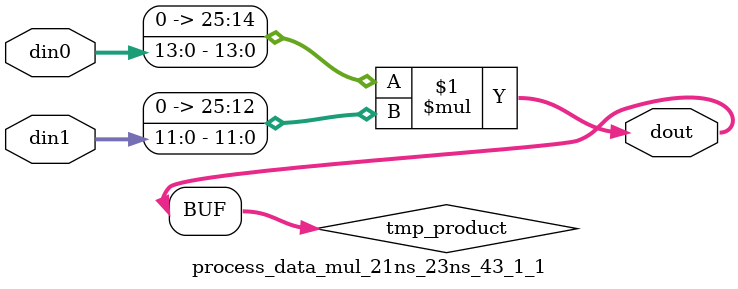
<source format=v>

`timescale 1 ns / 1 ps

  module process_data_mul_21ns_23ns_43_1_1(din0, din1, dout);
parameter ID = 1;
parameter NUM_STAGE = 0;
parameter din0_WIDTH = 14;
parameter din1_WIDTH = 12;
parameter dout_WIDTH = 26;

input [din0_WIDTH - 1 : 0] din0; 
input [din1_WIDTH - 1 : 0] din1; 
output [dout_WIDTH - 1 : 0] dout;

wire signed [dout_WIDTH - 1 : 0] tmp_product;










assign tmp_product = $signed({1'b0, din0}) * $signed({1'b0, din1});











assign dout = tmp_product;







endmodule

</source>
